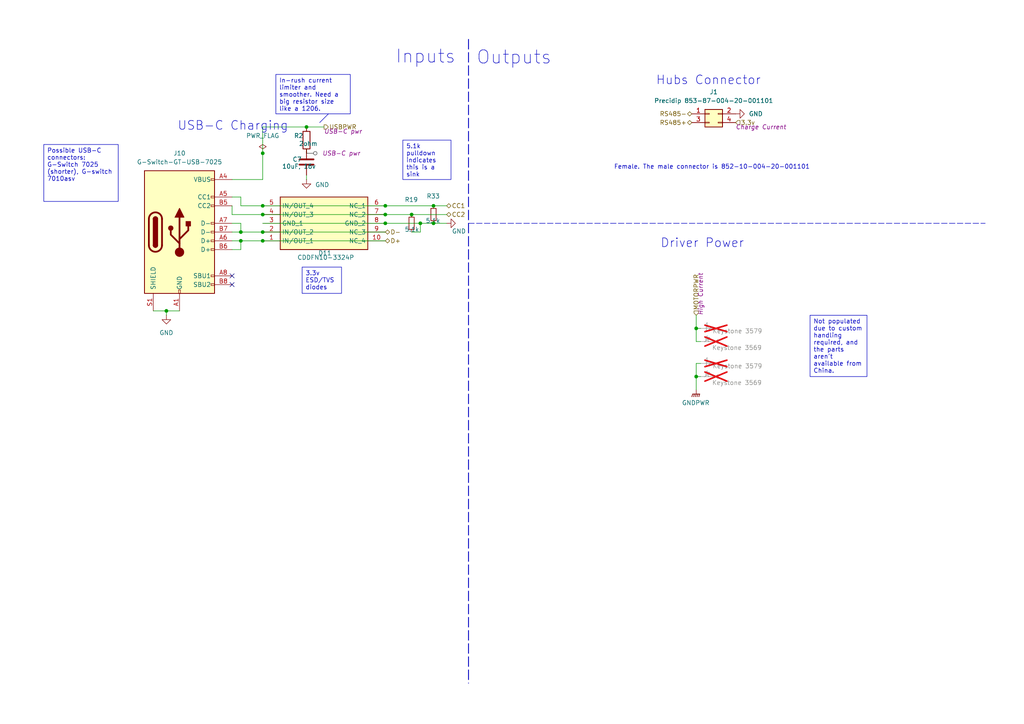
<source format=kicad_sch>
(kicad_sch (version 20250114) (generator "eeschema") (generator_version "9.0")
  (paper "A4")
  (title_block (title "USB only 2A PSU no sides") (date "2024-12-23") (rev "V1") (company "Author: Asher Edwards") (comment 1 "Licensed under CERN-OHL-S"))
  (lib_symbols
    (symbol "CDDFN10-3324P:CDDFN10-3324P"
      (property "Reference" "D" (at 31.75 7.62 0))
      (property "Value" "CDDFN10-3324P" (at 31.75 5.08 0))
      (symbol "CDDFN10-3324P_1_1"
        (rectangle (start 5.08 2.54) (end 30.48 -12.7) (stroke (width 0.254)) (fill (type background)))
        (pin passive line (at 0 0 0) (length 5.08) (name "IN/OUT_1") (number "1"))
        (pin passive line (at 0 -2.54 0) (length 5.08) (name "IN/OUT_2") (number "2"))
        (pin passive line (at 0 -5.08 0) (length 5.08) (name "GND_1") (number "3"))
        (pin passive line (at 0 -7.62 0) (length 5.08) (name "IN/OUT_3") (number "4"))
        (pin passive line (at 0 -10.16 0) (length 5.08) (name "IN/OUT_4") (number "5"))
        (pin passive line (at 35.56 0 180) (length 5.08) (name "NC_4") (number "10"))
        (pin passive line (at 35.56 -2.54 180) (length 5.08) (name "NC_3") (number "9"))
        (pin passive line (at 35.56 -5.08 180) (length 5.08) (name "GND_2") (number "8"))
        (pin passive line (at 35.56 -7.62 180) (length 5.08) (name "NC_2") (number "7"))
        (pin passive line (at 35.56 -10.16 180) (length 5.08) (name "NC_1") (number "6"))
      )
    )
    (symbol "Connector:Conn_01x01_Pin" (pin_names (offset 1.016) (hide yes))
      (property "Reference" "J" (at 0 2.54 0))
      (property "Value" "Conn_01x01_Pin" (at 0 -2.54 0))
      (symbol "Conn_01x01_Pin_1_1"
        (rectangle (start 0.8636 0.127) (end 0 -0.127) (stroke (width 0.1524)) (fill (type outline)))
        (polyline (pts (xy 1.27 0) (xy 0.8636 0)) (stroke (width 0.1524)))
        (pin passive line (at 5.08 0 180) (length 3.81) (name "Pin_1") (number "1"))
      )
    )
    (symbol "Connector:Conn_01x01_Socket" (pin_names (offset 1.016) (hide yes))
      (property "Reference" "J" (at 0 2.54 0))
      (property "Value" "Conn_01x01_Socket" (at 0 -2.54 0))
      (symbol "Conn_01x01_Socket_1_1"
        (polyline (pts (xy -1.27 0) (xy -0.508 0)) (stroke (width 0.1524)))
        (arc (start 0 -0.508) (mid -0.5058 0) (end 0 0.508) (stroke (width 0.1524)))
        (pin passive line (at -5.08 0 0) (length 3.81) (name "Pin_1") (number "1"))
      )
    )
    (symbol "Connector:USB_C_Receptacle_USB2.0_16P" (pin_names (offset 1.016))
      (property "Reference" "J" (at 0 22.225 0))
      (property "Value" "USB_C_Receptacle_USB2.0_16P" (at 0 19.685 0))
      (symbol "USB_C_Receptacle_USB2.0_16P_0_0"
        (rectangle (start -0.254 -17.78) (end 0.254 -16.764))
        (rectangle (start 10.16 15.494) (end 9.144 14.986))
        (rectangle (start 10.16 10.414) (end 9.144 9.906))
        (rectangle (start 10.16 7.874) (end 9.144 7.366))
        (rectangle (start 10.16 2.794) (end 9.144 2.286))
        (rectangle (start 10.16 0.254) (end 9.144 -0.254))
        (rectangle (start 10.16 -2.286) (end 9.144 -2.794))
        (rectangle (start 10.16 -4.826) (end 9.144 -5.334))
        (rectangle (start 10.16 -12.446) (end 9.144 -12.954))
        (rectangle (start 10.16 -14.986) (end 9.144 -15.494))
      )
      (symbol "USB_C_Receptacle_USB2.0_16P_0_1"
        (rectangle (start -10.16 17.78) (end 10.16 -17.78) (stroke (width 0.254)) (fill (type background)))
        (polyline (pts (xy -8.89 -3.81) (xy -8.89 3.81)) (stroke (width 0.508)))
        (rectangle (start -7.62 -3.81) (end -6.35 3.81) (stroke (width 0.254)) (fill (type outline)))
        (arc (start -7.62 3.81) (mid -6.985 4.4423) (end -6.35 3.81) (stroke (width 0.254)))
        (arc (start -7.62 3.81) (mid -6.985 4.4423) (end -6.35 3.81) (stroke (width 0.254)) (fill (type outline)))
        (arc (start -8.89 3.81) (mid -6.985 5.7067) (end -5.08 3.81) (stroke (width 0.508)))
        (arc (start -5.08 -3.81) (mid -6.985 -5.7067) (end -8.89 -3.81) (stroke (width 0.508)))
        (arc (start -6.35 -3.81) (mid -6.985 -4.4423) (end -7.62 -3.81) (stroke (width 0.254)))
        (arc (start -6.35 -3.81) (mid -6.985 -4.4423) (end -7.62 -3.81) (stroke (width 0.254)) (fill (type outline)))
        (polyline (pts (xy -5.08 3.81) (xy -5.08 -3.81)) (stroke (width 0.508)))
        (circle (center -2.54 1.143) (radius 0.635) (stroke (width 0.254)) (fill (type outline)))
        (polyline (pts (xy -1.27 4.318) (xy 0 6.858) (xy 1.27 4.318) (xy -1.27 4.318)) (stroke (width 0.254)) (fill (type outline)))
        (polyline (pts (xy 0 -2.032) (xy 2.54 0.508) (xy 2.54 1.778)) (stroke (width 0.508)))
        (polyline (pts (xy 0 -3.302) (xy -2.54 -0.762) (xy -2.54 0.508)) (stroke (width 0.508)))
        (polyline (pts (xy 0 -5.842) (xy 0 4.318)) (stroke (width 0.508)))
        (circle (center 0 -5.842) (radius 1.27) (fill (type outline)))
        (rectangle (start 1.905 1.778) (end 3.175 3.048) (stroke (width 0.254)) (fill (type outline)))
      )
      (symbol "USB_C_Receptacle_USB2.0_16P_1_1"
        (pin passive line (at -7.62 -22.86 90) (length 5.08) (name "SHIELD") (number "S1"))
        (pin passive line (at 0 -22.86 90) (length 5.08) (name "GND") (number "A1"))
        (pin passive line (at 0 -22.86 90) (length 5.08) (hide yes) (name "GND") (number "A12"))
        (pin passive line (at 0 -22.86 90) (length 5.08) (hide yes) (name "GND") (number "B1"))
        (pin passive line (at 0 -22.86 90) (length 5.08) (hide yes) (name "GND") (number "B12"))
        (pin passive line (at 15.24 15.24 180) (length 5.08) (name "VBUS") (number "A4"))
        (pin passive line (at 15.24 15.24 180) (length 5.08) (hide yes) (name "VBUS") (number "A9"))
        (pin passive line (at 15.24 15.24 180) (length 5.08) (hide yes) (name "VBUS") (number "B4"))
        (pin passive line (at 15.24 15.24 180) (length 5.08) (hide yes) (name "VBUS") (number "B9"))
        (pin bidirectional line (at 15.24 10.16 180) (length 5.08) (name "CC1") (number "A5"))
        (pin bidirectional line (at 15.24 7.62 180) (length 5.08) (name "CC2") (number "B5"))
        (pin bidirectional line (at 15.24 2.54 180) (length 5.08) (name "D-") (number "A7"))
        (pin bidirectional line (at 15.24 0 180) (length 5.08) (name "D-") (number "B7"))
        (pin bidirectional line (at 15.24 -2.54 180) (length 5.08) (name "D+") (number "A6"))
        (pin bidirectional line (at 15.24 -5.08 180) (length 5.08) (name "D+") (number "B6"))
        (pin bidirectional line (at 15.24 -12.7 180) (length 5.08) (name "SBU1") (number "A8"))
        (pin bidirectional line (at 15.24 -15.24 180) (length 5.08) (name "SBU2") (number "B8"))
      )
    )
    (symbol "Connector_Generic:Conn_02x02_Odd_Even" (pin_names (offset 1.016) (hide yes))
      (property "Reference" "J" (at 1.27 2.54 0))
      (property "Value" "Conn_02x02_Odd_Even" (at 1.27 -5.08 0))
      (symbol "Conn_02x02_Odd_Even_1_1"
        (rectangle (start -1.27 1.27) (end 3.81 -3.81) (stroke (width 0.254)) (fill (type background)))
        (rectangle (start -1.27 0.127) (end 0 -0.127) (stroke (width 0.1524)))
        (rectangle (start -1.27 -2.413) (end 0 -2.667) (stroke (width 0.1524)))
        (rectangle (start 3.81 0.127) (end 2.54 -0.127) (stroke (width 0.1524)))
        (rectangle (start 3.81 -2.413) (end 2.54 -2.667) (stroke (width 0.1524)))
        (pin passive line (at -5.08 0 0) (length 3.81) (name "Pin_1") (number "1"))
        (pin passive line (at -5.08 -2.54 0) (length 3.81) (name "Pin_3") (number "3"))
        (pin passive line (at 7.62 0 180) (length 3.81) (name "Pin_2") (number "2"))
        (pin passive line (at 7.62 -2.54 180) (length 3.81) (name "Pin_4") (number "4"))
      )
    )
    (symbol "Device:C" (pin_numbers (hide yes)) (pin_names (offset 0.254))
      (property "Reference" "C" (at 0.635 2.54 0))
      (property "Value" "C" (at 0.635 -2.54 0))
      (symbol "C_0_1"
        (polyline (pts (xy -2.032 0.762) (xy 2.032 0.762)) (stroke (width 0.508)))
        (polyline (pts (xy -2.032 -0.762) (xy 2.032 -0.762)) (stroke (width 0.508)))
      )
      (symbol "C_1_1"
        (pin passive line (at 0 3.81 270) (length 2.794) (name "~") (number "1"))
        (pin passive line (at 0 -3.81 90) (length 2.794) (name "~") (number "2"))
      )
    )
    (symbol "Device:R" (pin_numbers (hide yes)) (pin_names (offset 0))
      (property "Reference" "R" (at 2.032 0 90))
      (property "Value" "R" (at 0 0 90))
      (symbol "R_0_1"
        (rectangle (start -1.016 -2.54) (end 1.016 2.54) (stroke (width 0.254)))
      )
      (symbol "R_1_1"
        (pin passive line (at 0 3.81 270) (length 1.27) (name "~") (number "1"))
        (pin passive line (at 0 -3.81 90) (length 1.27) (name "~") (number "2"))
      )
    )
    (symbol "Device:R_Small" (pin_numbers (hide yes)) (pin_names (offset 0.254) (hide yes))
      (property "Reference" "R" (at 0 0 90))
      (property "Value" "R_Small" (at 1.778 0 90))
      (symbol "R_Small_0_1"
        (rectangle (start -0.762 1.778) (end 0.762 -1.778) (stroke (width 0.2032)))
      )
      (symbol "R_Small_1_1"
        (pin passive line (at 0 2.54 270) (length 0.762) (name "~") (number "1"))
        (pin passive line (at 0 -2.54 90) (length 0.762) (name "~") (number "2"))
      )
    )
    (symbol "R_Small_1" (pin_numbers (hide yes)) (pin_names (offset 0.254) (hide yes))
      (property "Reference" "R" (at 0 0 90))
      (property "Value" "R_Small" (at 1.778 0 90))
      (symbol "R_Small_1_0_1"
        (rectangle (start -0.762 1.778) (end 0.762 -1.778) (stroke (width 0.2032)))
      )
      (symbol "R_Small_1_1_1"
        (pin passive line (at 0 2.54 270) (length 0.762) (name "~") (number "1"))
        (pin passive line (at 0 -2.54 90) (length 0.762) (name "~") (number "2"))
      )
    )
    (symbol "power:GND" (power) (pin_numbers (hide yes)) (pin_names (offset 0) (hide yes))
      (property "Value" "GND" (at 0 -3.81 0))
      (symbol "GND_0_1"
        (polyline (pts (xy 0 0) (xy 0 -1.27) (xy 1.27 -1.27) (xy 0 -2.54) (xy -1.27 -1.27) (xy 0 -1.27)))
      )
      (symbol "GND_1_1"
        (pin power_in line (at 0 0 270) (length 0) (name "~") (number "1"))
      )
    )
    (symbol "power:GNDPWR" (power) (pin_numbers (hide yes)) (pin_names (offset 0) (hide yes))
      (property "Value" "GNDPWR" (at 0 -3.302 0))
      (symbol "GNDPWR_0_1"
        (polyline (pts (xy -1.016 -1.27) (xy -1.27 -2.032) (xy -1.27 -2.032)) (stroke (width 0.2032)))
        (polyline (pts (xy -0.508 -1.27) (xy -0.762 -2.032) (xy -0.762 -2.032)) (stroke (width 0.2032)))
        (polyline (pts (xy 0 -1.27) (xy 0 0)))
        (polyline (pts (xy 0 -1.27) (xy -0.254 -2.032) (xy -0.254 -2.032)) (stroke (width 0.2032)))
        (polyline (pts (xy 0.508 -1.27) (xy 0.254 -2.032) (xy 0.254 -2.032)) (stroke (width 0.2032)))
        (polyline (pts (xy 1.016 -1.27) (xy -1.016 -1.27) (xy -1.016 -1.27)) (stroke (width 0.2032)))
        (polyline (pts (xy 1.016 -1.27) (xy 0.762 -2.032) (xy 0.762 -2.032) (xy 0.762 -2.032)) (stroke (width 0.2032)))
      )
      (symbol "GNDPWR_1_1"
        (pin power_in line (at 0 0 270) (length 0) (name "~") (number "1"))
      )
    )
    (symbol "power:PWR_FLAG" (power) (pin_numbers (hide yes)) (pin_names (offset 0) (hide yes))
      (property "Value" "PWR_FLAG" (at 0 3.81 0))
      (symbol "PWR_FLAG_0_0"
        (pin power_out line (at 0 0 90) (length 0) (name "~") (number "1"))
      )
      (symbol "PWR_FLAG_0_1"
        (polyline (pts (xy 0 0) (xy 0 1.27) (xy -1.016 1.905) (xy 0 2.54) (xy 1.016 1.905) (xy 0 1.27)))
      )
    )
  )
  (text "Female. The male connector is 852-10-004-20-001101" (at 206.502 48.514 0) (effects (font (size 1.27 1.27))))
  (text "Outputs" (at 149.098 16.764 0) (effects (font (size 3.81 3.81))))
  (text "USB-C Charging" (at 67.564 36.576 0) (effects (font (size 2.54 2.54))))
  (text "Inputs" (at 123.444 16.51 0) (effects (font (size 3.81 3.81))))
  (text "Driver Power" (at 203.708 70.612 0) (effects (font (size 2.54 2.54))))
  (text "Hubs Connector" (at 205.486 23.368 0) (effects (font (size 2.54 2.54))))
  (text_box "In-rush current limiter and smoother. Need a big resistor size like a 1206." (at 80.01 21.59 0) (size 21.59 11.43) (margins 0.9525 0.9525 0.9525 0.9525) (effects (font (size 1.27 1.27)) (justify left top)))
  (text_box "5.1k pulldown indicates this is a sink" (at 116.84 40.64 0) (size 13.97 11.43) (margins 0.9525 0.9525 0.9525 0.9525) (effects (font (size 1.27 1.27)) (justify left top)))
  (text_box "Possible USB-C connectors: G-Switch 7025 (shorter), G-switch 7010asv" (at 12.7 41.91 0) (size 21.59 16.51) (margins 0.9525 0.9525 0.9525 0.9525) (effects (font (size 1.27 1.27)) (justify left top)))
  (text_box "3.3v ESD/TVS diodes" (at 87.63 77.47 0) (size 11.43 7.62) (margins 0.9525 0.9525 0.9525 0.9525) (effects (font (size 1.27 1.27)) (justify left top)))
  (text_box "Not populated due to custom handling required, and the parts aren't available from China." (at 234.95 91.44 0) (size 16.51 17.78) (margins 0.9525 0.9525 0.9525 0.9525) (effects (font (size 1.27 1.27)) (justify left top)))
  (junction (at 76.2 69.85))
  (junction (at 121.92 64.77))
  (junction (at 76.2 67.31))
  (junction (at 201.93 109.22))
  (junction (at 76.2 59.69))
  (junction (at 119.38 62.23))
  (junction (at 76.2 44.45))
  (junction (at 111.76 59.69))
  (junction (at 69.85 69.85))
  (junction (at 111.76 64.77))
  (junction (at 69.85 67.31))
  (junction (at 111.76 62.23))
  (junction (at 201.93 95.25))
  (junction (at 48.26 90.17))
  (junction (at 125.73 64.77))
  (junction (at 125.73 59.69))
  (junction (at 76.2 62.23))
  (junction (at 88.9 36.83))
  (no_connect (at 67.31 82.55))
  (no_connect (at 67.31 80.01))
  (wire (pts (xy 69.85 72.39) (xy 69.85 69.85)))
  (wire (pts (xy 76.2 64.77) (xy 111.76 64.77)))
  (wire (pts (xy 88.9 44.45) (xy 88.9 43.18)))
  (wire (pts (xy 76.2 62.23) (xy 111.76 62.23)))
  (wire (pts (xy 121.92 64.77) (xy 121.92 67.31)))
  (wire (pts (xy 201.93 91.44) (xy 201.93 95.25)))
  (wire (pts (xy 129.54 64.77) (xy 125.73 64.77)))
  (wire (pts (xy 67.31 64.77) (xy 69.85 64.77)))
  (wire (pts (xy 69.85 67.31) (xy 67.31 67.31)))
  (wire (pts (xy 201.93 95.25) (xy 201.93 99.06)))
  (wire (pts (xy 76.2 36.83) (xy 88.9 36.83)))
  (wire (pts (xy 67.31 62.23) (xy 76.2 62.23)))
  (wire (pts (xy 201.93 95.25) (xy 203.2 95.25)))
  (wire (pts (xy 67.31 59.69) (xy 67.31 62.23)))
  (wire (pts (xy 69.85 64.77) (xy 69.85 67.31)))
  (polyline (pts (xy 92.71 35.56) (xy 95.25 33.02)))
  (wire (pts (xy 69.85 69.85) (xy 76.2 69.85)))
  (wire (pts (xy 111.76 59.69) (xy 125.73 59.69)))
  (wire (pts (xy 201.93 109.22) (xy 203.2 109.22)))
  (wire (pts (xy 119.38 62.23) (xy 129.54 62.23)))
  (wire (pts (xy 88.9 36.83) (xy 93.98 36.83)))
  (wire (pts (xy 76.2 36.83) (xy 76.2 44.45)))
  (wire (pts (xy 76.2 69.85) (xy 111.76 69.85)))
  (wire (pts (xy 201.93 99.06) (xy 203.2 99.06)))
  (wire (pts (xy 69.85 69.85) (xy 67.31 69.85)))
  (wire (pts (xy 121.92 64.77) (xy 125.73 64.77)))
  (polyline (pts (xy 135.89 64.77) (xy 285.75 64.77)) (stroke (width 0) (type dash)))
  (wire (pts (xy 76.2 67.31) (xy 111.76 67.31)))
  (wire (pts (xy 69.85 67.31) (xy 76.2 67.31)))
  (wire (pts (xy 76.2 59.69) (xy 111.76 59.69)))
  (wire (pts (xy 203.2 105.41) (xy 201.93 105.41)))
  (wire (pts (xy 44.45 90.17) (xy 48.26 90.17)))
  (wire (pts (xy 88.9 50.8) (xy 88.9 52.07)))
  (wire (pts (xy 48.26 90.17) (xy 52.07 90.17)))
  (wire (pts (xy 201.93 109.22) (xy 201.93 113.03)))
  (wire (pts (xy 201.93 105.41) (xy 201.93 109.22)))
  (wire (pts (xy 111.76 64.77) (xy 121.92 64.77)))
  (polyline (pts (xy 135.89 11.43) (xy 135.89 198.12)) (stroke (width 0.254) (type dash)))
  (wire (pts (xy 111.76 62.23) (xy 119.38 62.23)))
  (wire (pts (xy 48.26 91.44) (xy 48.26 90.17)))
  (wire (pts (xy 121.92 67.31) (xy 119.38 67.31)))
  (wire (pts (xy 67.31 72.39) (xy 69.85 72.39)))
  (wire (pts (xy 67.31 57.15) (xy 69.85 57.15)))
  (wire (pts (xy 125.73 59.69) (xy 129.54 59.69)))
  (wire (pts (xy 69.85 59.69) (xy 76.2 59.69)))
  (wire (pts (xy 69.85 57.15) (xy 69.85 59.69)))
  (wire (pts (xy 76.2 44.45) (xy 76.2 52.07)))
  (wire (pts (xy 76.2 52.07) (xy 67.31 52.07)))
  (hierarchical_label "RS485+" (shape bidirectional) (at 200.66 35.56 180))
  (hierarchical_label "MOTORPWR" (shape input) (at 201.93 91.44 90) (property "Netclass" "High Current" (at 203.2 91.44 90) (effects (font (italic yes)) (justify left))))
  (hierarchical_label "CC1" (shape bidirectional) (at 129.54 59.69 0))
  (hierarchical_label "CC2" (shape bidirectional) (at 129.54 62.23 0))
  (hierarchical_label "D-" (shape bidirectional) (at 111.76 67.31 0))
  (hierarchical_label "3.3v" (shape input) (at 213.36 35.56 0) (property "Netclass" "Charge Current" (at 213.36 36.83 0) (effects (font (italic yes)) (justify left))))
  (hierarchical_label "D+" (shape bidirectional) (at 111.76 69.85 0))
  (hierarchical_label "USBPWR" (shape output) (at 93.98 36.83 0) (property "Netclass" "USB-C pwr" (at 93.98 38.1 0) (effects (font (italic yes)) (justify left))))
  (hierarchical_label "RS485-" (shape bidirectional) (at 200.66 33.02 180))
  (netclass_flag "" (length 2.54) (shape round) (at 88.9 44.45 270) (property "Netclass" "USB-C pwr" (at 93.472 44.45 0) (effects (font (italic yes)) (justify left))))
  (symbol (lib_id "power:GND") (at 88.9 52.07 0) (unit 1)
    (property "Reference" "#PWR03" (effects (hide yes)))
    (property "Value" "GND" (at 95.504 53.594 0) (effects (justify right)))
    (property "Description" "Power symbol creates a global label with name \"GND\" , ground" (effects (hide yes)))
  )
  (symbol (lib_id "power:GND") (at 129.54 64.77 90) (unit 1)
    (property "Reference" "#PWR013" (effects (hide yes)))
    (property "Value" "GND" (at 131.064 67.056 90) (effects (justify right)))
    (property "Description" "Power symbol creates a global label with name \"GND\" , ground" (effects (hide yes)))
  )
  (symbol (lib_id "power:GNDPWR") (at 201.93 113.03 0) (unit 1)
    (property "Reference" "#PWR08" (effects (hide yes)))
    (property "Value" "GNDPWR" (at 201.803 116.84 0))
    (property "Description" "Power symbol creates a global label with name \"GNDPWR\" , global ground" (effects (hide yes)))
  )
  (symbol (lib_id "power:PWR_FLAG") (at 76.2 44.45 0) (unit 1)
    (property "Reference" "#FLG?" (effects (hide yes)))
    (property "Value" "PWR_FLAG" (at 76.2 39.37 0))
    (property "Description" "Special symbol for telling ERC where power comes from" (effects (hide yes)))
  )
  (symbol (lib_id "Device:R") (at 88.9 40.64 180) (unit 1)
    (property "Reference" "R2" (at 86.614 39.37 0))
    (property "Value" "2ohm" (at 89.408 41.656 0))
    (property "Footprint" "Resistor_SMD:R_0805_2012Metric" (effects (hide yes)))
    (property "Description" "Resistor" (effects (hide yes)))
    (property "LCSC" "C17521" (effects (hide yes)))
  )
  (symbol (lib_id "Connector:Conn_01x01_Pin") (at 208.28 105.41 180) (unit 1) (dnp yes)
    (property "Reference" "J?" (at 205.232 105.664 0))
    (property "Value" "Keystone 3579" (at 213.868 106.172 0))
    (property "Footprint" "custom_Connector:Keystone_3579" (effects (hide yes)))
    (property "Description" "Generic connector, single row, 01x01, script generated" (effects (hide yes)))
  )
  (symbol (lib_id "Connector:Conn_01x01_Pin") (at 208.28 95.25 180) (unit 1) (dnp yes)
    (property "Reference" "J?" (at 205.232 95.504 0))
    (property "Value" "Keystone 3579" (at 213.868 96.012 0))
    (property "Footprint" "custom_Connector:Keystone_3579" (effects (hide yes)))
    (property "Description" "Generic connector, single row, 01x01, script generated" (effects (hide yes)))
  )
  (symbol (lib_id "power:GND") (at 213.36 33.02 90) (unit 1)
    (property "Reference" "#PWR?" (effects (hide yes)))
    (property "Value" "GND" (at 217.17 33.0199 90) (effects (justify right)))
    (property "Description" "Power symbol creates a global label with name \"GND\" , ground" (effects (hide yes)))
  )
  (symbol (lib_id "Device:C") (at 88.9 46.99 0) (unit 1)
    (property "Reference" "C7" (at 84.836 46.228 0) (effects (justify left)))
    (property "Value" "10uF, 16v" (at 81.788 48.26 0) (effects (justify left)))
    (property "Footprint" "Capacitor_SMD:C_0805_2012Metric" (effects (hide yes)))
    (property "Description" "Unpolarized capacitor" (effects (hide yes)))
    (property "LCSC" "C15850" (effects (hide yes)))
  )
  (symbol (lib_id "Connector_Generic:Conn_02x02_Odd_Even") (at 205.74 33.02 0) (unit 1)
    (property "Reference" "J1" (at 207.01 26.67 0))
    (property "Value" "Precidip 853-87-004-20-001101" (at 207.01 29.21 0))
    (property "Footprint" "Connector_PinHeader_1.27mm:PinHeader_2x02_P1.27mm_Horizontal" (effects (hide yes)))
    (property "Description" "Generic connector, double row, 02x02, odd/even pin numbering scheme (row 1 odd numbers, row 2 even numbers), script generated (kicad-library-utils/schlib/autogen/connector/)" (effects (hide yes)))
  )
  (symbol (lib_id "Device:R_Small") (at 119.38 64.77 180) (unit 1)
    (property "Reference" "R19" (at 117.348 57.912 0) (effects (justify right)))
    (property "Value" "5.1k" (at 117.348 66.548 0) (effects (justify right)))
    (property "Footprint" "Resistor_SMD:R_0805_2012Metric" (effects (hide yes)))
    (property "Description" "Resistor, small symbol" (effects (hide yes)))
    (property "LCSC" "C25905" (effects (hide yes)))
  )
  (symbol (lib_id "Connector:Conn_01x01_Socket") (at 208.28 99.06 0) (unit 1) (dnp yes)
    (property "Reference" "J?" (at 203.962 98.552 0) (effects (justify left)))
    (property "Value" "Keystone 3569" (at 206.502 100.838 0) (effects (justify left)))
    (property "Footprint" "custom_Connector:Keystone_3569_half" (effects (hide yes)))
    (property "Description" "Generic connector, single row, 01x01, script generated" (effects (hide yes)))
  )
  (symbol (lib_id "CDDFN10-3324P:CDDFN10-3324P") (at 76.2 69.85 0) (mirror x) (unit 1)
    (property "Reference" "D11" (at 94.234 73.406 0))
    (property "Value" "CDDFN10-3324P" (at 94.488 74.676 0))
    (property "Footprint" "CDDFN10-3324P:CDDFN103324P" (effects (hide yes)))
    (property "Datasheet" "https://www.bourns.com/docs/Product-Datasheets/CDDFN10-3324P.pdf" (effects (hide yes)))
    (property "Description" "BOURNS - CDDFN10-3324P - DIODE, ESD PROTECTION, 3.3V, 0.45PF" (effects (hide yes)))
    (property "Mouser Part Number" "652-CDDFN10-3324P" (effects (hide yes)))
    (property "Mouser Price/Stock" "https://www.mouser.co.uk/ProductDetail/Bourns/CDDFN10-3324P?qs=3CaSHoNeR5u5NeuGJGyaBA%3D%3D" (effects (hide yes)))
    (property "Manufacturer_Name" "Bourns" (effects (hide yes)))
    (property "Manufacturer_Part_Number" "CDDFN10-3324P" (effects (hide yes)))
    (property "LCSC" "C913227" (effects (hide yes)))
    (property "Position Offset" "0,0.4" (effects (hide yes)))
  )
  (symbol (lib_id "Connector:USB_C_Receptacle_USB2.0_16P") (at 52.07 67.31 0) (unit 1)
    (property "Reference" "J10" (at 52.07 44.45 0))
    (property "Value" "G-Switch-GT-USB-7025" (at 52.07 46.99 0))
    (property "Footprint" "custom_Connector:USB_C_G-Switch_GT-USB-7025-JLCPCBv" (effects (hide yes)))
    (property "Datasheet" "https://www.usb.org/sites/default/files/documents/usb_type-c.zip" (effects (hide yes)))
    (property "Description" "USB 2.0-only 16P Type-C Receptacle connector" (effects (hide yes)))
    (property "LCSC" "C963213" (effects (hide yes)))
    (property "Position Offset" "0,1.55" (effects (hide yes)))
  )
  (symbol (lib_name "R_Small_1") (lib_id "Device:R_Small") (at 125.73 62.23 180) (unit 1)
    (property "Reference" "R33" (at 123.698 56.896 0) (effects (justify right)))
    (property "Value" "5.1k" (at 123.444 64.008 0) (effects (justify right)))
    (property "Footprint" "Resistor_SMD:R_0805_2012Metric" (effects (hide yes)))
    (property "Description" "Resistor, small symbol" (effects (hide yes)))
    (property "LCSC" "C25905" (effects (hide yes)))
  )
  (symbol (lib_id "Connector:Conn_01x01_Socket") (at 208.28 109.22 0) (unit 1) (dnp yes)
    (property "Reference" "J?" (at 203.962 108.712 0) (effects (justify left)))
    (property "Value" "Keystone 3569" (at 206.502 110.998 0) (effects (justify left)))
    (property "Footprint" "custom_Connector:Keystone_3569_half" (effects (hide yes)))
    (property "Description" "Generic connector, single row, 01x01, script generated" (effects (hide yes)))
  )
  (symbol (lib_id "power:GND") (at 48.26 91.44 0) (unit 1)
    (property "Reference" "#PWR02" (effects (hide yes)))
    (property "Value" "GND" (at 48.26 96.52 0))
    (property "Description" "Power symbol creates a global label with name \"GND\" , ground" (effects (hide yes)))
  )
)
</source>
